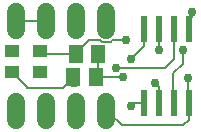
<source format=gbr>
G04 EAGLE Gerber RS-274X export*
G75*
%MOMM*%
%FSLAX34Y34*%
%LPD*%
%INTop Copper*%
%IPPOS*%
%AMOC8*
5,1,8,0,0,1.08239X$1,22.5*%
G01*
%ADD10R,1.300000X1.500000*%
%ADD11C,1.524000*%
%ADD12R,1.300000X1.100000*%
%ADD13R,0.500000X2.200000*%
%ADD14C,0.152400*%
%ADD15C,0.756400*%


D10*
X90000Y56900D03*
X71000Y56900D03*
X73500Y76800D03*
X92500Y76800D03*
D11*
X23000Y35920D02*
X23000Y20680D01*
X48400Y20680D02*
X48400Y35920D01*
X73800Y35920D02*
X73800Y20680D01*
X99200Y20680D02*
X99200Y35920D01*
X23000Y96880D02*
X23000Y112120D01*
X48400Y112120D02*
X48400Y96880D01*
X73800Y96880D02*
X73800Y112120D01*
X99200Y112120D02*
X99200Y96880D01*
D12*
X19700Y79100D03*
X42700Y61100D03*
X42700Y79100D03*
X19700Y61100D03*
D13*
X130950Y34860D03*
X143550Y34860D03*
X156250Y34860D03*
X168950Y34860D03*
X130950Y97940D03*
X143650Y97940D03*
X156350Y97940D03*
X169050Y97940D03*
D14*
X48400Y104500D02*
X23000Y104500D01*
D15*
X119709Y72291D03*
D14*
X130950Y83532D01*
X130950Y97940D01*
D15*
X144000Y80000D03*
D14*
X143650Y80350D01*
X143650Y97940D01*
D15*
X172000Y112000D03*
D14*
X172000Y108000D01*
X168000Y104000D01*
X168000Y98990D02*
X169050Y97940D01*
X168000Y98990D02*
X168000Y104000D01*
X92500Y76800D02*
X92500Y59400D01*
X90000Y56900D01*
X168000Y56000D02*
X168000Y40000D01*
X168950Y34860D02*
X168950Y20950D01*
X164000Y16000D01*
X112000Y16000D01*
X99700Y28300D02*
X99200Y28300D01*
X99700Y28300D02*
X112000Y16000D01*
X112900Y56900D02*
X90000Y56900D01*
D15*
X112900Y56900D03*
X168000Y56000D03*
X120000Y32000D03*
D14*
X122860Y34860D01*
X130950Y34860D01*
D15*
X107574Y64426D03*
D14*
X148426Y64426D01*
X156350Y72350D02*
X156350Y97940D01*
X156350Y72350D02*
X148426Y64426D01*
X45000Y76800D02*
X42700Y79100D01*
X45000Y76800D02*
X73500Y76800D01*
X84700Y88000D01*
D15*
X116000Y88000D03*
D14*
X95097Y86974D02*
X94071Y88000D01*
X95097Y86974D02*
X103303Y86974D01*
X104329Y88000D01*
X116000Y88000D01*
D15*
X164000Y80000D03*
D14*
X164000Y68000D01*
X156000Y60000D01*
X156000Y35110D01*
X156250Y34860D01*
X94071Y88000D02*
X84700Y88000D01*
X32000Y48800D02*
X19700Y61100D01*
X32000Y48800D02*
X32000Y48000D01*
X62100Y48000D02*
X71000Y56900D01*
X62100Y48000D02*
X32000Y48000D01*
X71000Y56900D02*
X72000Y55900D01*
X72000Y52000D01*
D15*
X72000Y52000D03*
X140000Y52000D03*
D14*
X143550Y48450D01*
X143550Y34860D01*
M02*

</source>
